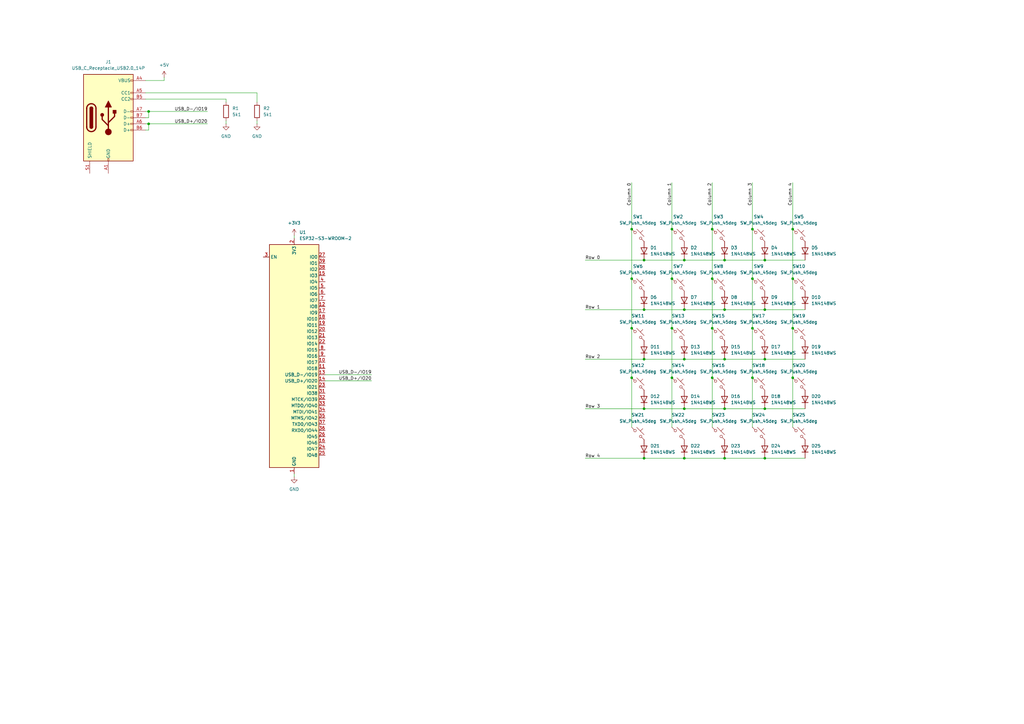
<source format=kicad_sch>
(kicad_sch (version 20250114) (generator "eeschema") (generator_version "9.0")
  (paper "A3")
  (title_block (title "MacroPad") (date "2025-07-08") (rev "1") (company "Kenzu Norimura") (comment 1 "Designed by Affan in Jakarta"))
  (lib_symbols
    (symbol "Connector:USB_C_Receptacle_USB2.0_14P" (pin_names (offset 1.016))
      (property "Reference" "J" (at 0 22.225 0))
      (property "Value" "USB_C_Receptacle_USB2.0_14P" (at 0 19.685 0))
      (symbol "USB_C_Receptacle_USB2.0_14P_0_0"
        (rectangle (start -0.254 -17.78) (end 0.254 -16.764))
        (rectangle (start 10.16 15.494) (end 9.144 14.986))
        (rectangle (start 10.16 10.414) (end 9.144 9.906))
        (rectangle (start 10.16 7.874) (end 9.144 7.366))
        (rectangle (start 10.16 2.794) (end 9.144 2.286))
        (rectangle (start 10.16 0.254) (end 9.144 -0.254))
        (rectangle (start 10.16 -2.286) (end 9.144 -2.794))
        (rectangle (start 10.16 -4.826) (end 9.144 -5.334))
      )
      (symbol "USB_C_Receptacle_USB2.0_14P_0_1"
        (rectangle (start -10.16 17.78) (end 10.16 -17.78) (stroke (width 0.254)) (fill (type background)))
        (polyline (pts (xy -8.89 -3.81) (xy -8.89 3.81)) (stroke (width 0.508)))
        (rectangle (start -7.62 -3.81) (end -6.35 3.81) (stroke (width 0.254)) (fill (type outline)))
        (arc (start -7.62 3.81) (mid -6.985 4.4423) (end -6.35 3.81) (stroke (width 0.254)))
        (arc (start -7.62 3.81) (mid -6.985 4.4423) (end -6.35 3.81) (stroke (width 0.254)) (fill (type outline)))
        (arc (start -8.89 3.81) (mid -6.985 5.7067) (end -5.08 3.81) (stroke (width 0.508)))
        (arc (start -5.08 -3.81) (mid -6.985 -5.7067) (end -8.89 -3.81) (stroke (width 0.508)))
        (arc (start -6.35 -3.81) (mid -6.985 -4.4423) (end -7.62 -3.81) (stroke (width 0.254)))
        (arc (start -6.35 -3.81) (mid -6.985 -4.4423) (end -7.62 -3.81) (stroke (width 0.254)) (fill (type outline)))
        (polyline (pts (xy -5.08 3.81) (xy -5.08 -3.81)) (stroke (width 0.508)))
        (circle (center -2.54 1.143) (radius 0.635) (stroke (width 0.254)) (fill (type outline)))
        (polyline (pts (xy -1.27 4.318) (xy 0 6.858) (xy 1.27 4.318) (xy -1.27 4.318)) (stroke (width 0.254)) (fill (type outline)))
        (polyline (pts (xy 0 -2.032) (xy 2.54 0.508) (xy 2.54 1.778)) (stroke (width 0.508)))
        (polyline (pts (xy 0 -3.302) (xy -2.54 -0.762) (xy -2.54 0.508)) (stroke (width 0.508)))
        (polyline (pts (xy 0 -5.842) (xy 0 4.318)) (stroke (width 0.508)))
        (circle (center 0 -5.842) (radius 1.27) (fill (type outline)))
        (rectangle (start 1.905 1.778) (end 3.175 3.048) (stroke (width 0.254)) (fill (type outline)))
      )
      (symbol "USB_C_Receptacle_USB2.0_14P_1_1"
        (pin passive line (at -7.62 -22.86 90) (length 5.08) (name "SHIELD") (number "S1"))
        (pin passive line (at 0 -22.86 90) (length 5.08) (name "GND") (number "A1"))
        (pin passive line (at 0 -22.86 90) (length 5.08) (hide yes) (name "GND") (number "A12"))
        (pin passive line (at 0 -22.86 90) (length 5.08) (hide yes) (name "GND") (number "B1"))
        (pin passive line (at 0 -22.86 90) (length 5.08) (hide yes) (name "GND") (number "B12"))
        (pin passive line (at 15.24 15.24 180) (length 5.08) (name "VBUS") (number "A4"))
        (pin passive line (at 15.24 15.24 180) (length 5.08) (hide yes) (name "VBUS") (number "A9"))
        (pin passive line (at 15.24 15.24 180) (length 5.08) (hide yes) (name "VBUS") (number "B4"))
        (pin passive line (at 15.24 15.24 180) (length 5.08) (hide yes) (name "VBUS") (number "B9"))
        (pin bidirectional line (at 15.24 10.16 180) (length 5.08) (name "CC1") (number "A5"))
        (pin bidirectional line (at 15.24 7.62 180) (length 5.08) (name "CC2") (number "B5"))
        (pin bidirectional line (at 15.24 2.54 180) (length 5.08) (name "D-") (number "A7"))
        (pin bidirectional line (at 15.24 0 180) (length 5.08) (name "D-") (number "B7"))
        (pin bidirectional line (at 15.24 -2.54 180) (length 5.08) (name "D+") (number "A6"))
        (pin bidirectional line (at 15.24 -5.08 180) (length 5.08) (name "D+") (number "B6"))
      )
    )
    (symbol "Device:R" (pin_numbers (hide yes)) (pin_names (offset 0))
      (property "Reference" "R" (at 2.032 0 90))
      (property "Value" "R" (at 0 0 90))
      (symbol "R_0_1"
        (rectangle (start -1.016 -2.54) (end 1.016 2.54) (stroke (width 0.254)))
      )
      (symbol "R_1_1"
        (pin passive line (at 0 3.81 270) (length 1.27) (name "~") (number "1"))
        (pin passive line (at 0 -3.81 90) (length 1.27) (name "~") (number "2"))
      )
    )
    (symbol "Diode:1N4148WS" (pin_numbers (hide yes)) (pin_names (hide yes))
      (property "Reference" "D" (at 0 2.54 0))
      (property "Value" "1N4148WS" (at 0 -2.54 0))
      (symbol "1N4148WS_0_1"
        (polyline (pts (xy -1.27 1.27) (xy -1.27 -1.27)) (stroke (width 0.254)))
        (polyline (pts (xy 1.27 1.27) (xy 1.27 -1.27) (xy -1.27 0) (xy 1.27 1.27)) (stroke (width 0.254)))
        (polyline (pts (xy 1.27 0) (xy -1.27 0)))
      )
      (symbol "1N4148WS_1_1"
        (pin passive line (at -3.81 0 0) (length 2.54) (name "K") (number "1"))
        (pin passive line (at 3.81 0 180) (length 2.54) (name "A") (number "2"))
      )
    )
    (symbol "RF_Module:ESP32-S3-WROOM-2"
      (property "Reference" "U" (at -10.16 45.72 0))
      (property "Value" "ESP32-S3-WROOM-2" (at 2.54 45.72 0))
      (symbol "ESP32-S3-WROOM-2_0_1"
        (rectangle (start -10.16 45.72) (end 10.16 -45.72) (stroke (width 0.254)) (fill (type background)))
      )
      (symbol "ESP32-S3-WROOM-2_1_1"
        (pin input line (at -12.7 40.64 0) (length 2.54) (name "EN") (number "3"))
        (pin no_connect line (at -10.16 -35.56 0) (length 2.54) (hide yes) (name "NC") (number "28"))
        (pin no_connect line (at -10.16 -38.1 0) (length 2.54) (hide yes) (name "NC") (number "29"))
        (pin no_connect line (at -10.16 -40.64 0) (length 2.54) (hide yes) (name "NC") (number "30"))
        (pin power_in line (at 0 48.26 270) (length 2.54) (name "3V3") (number "2"))
        (pin power_in line (at 0 -48.26 90) (length 2.54) (name "GND") (number "1"))
        (pin passive line (at 0 -48.26 90) (length 2.54) (hide yes) (name "GND") (number "40"))
        (pin passive line (at 0 -48.26 90) (length 2.54) (hide yes) (name "GND") (number "41"))
        (pin bidirectional line (at 12.7 40.64 180) (length 2.54) (name "IO0") (number "27"))
        (pin bidirectional line (at 12.7 38.1 180) (length 2.54) (name "IO1") (number "39"))
        (pin bidirectional line (at 12.7 35.56 180) (length 2.54) (name "IO2") (number "38"))
        (pin bidirectional line (at 12.7 33.02 180) (length 2.54) (name "IO3") (number "15"))
        (pin bidirectional line (at 12.7 30.48 180) (length 2.54) (name "IO4") (number "4"))
        (pin bidirectional line (at 12.7 27.94 180) (length 2.54) (name "IO5") (number "5"))
        (pin bidirectional line (at 12.7 25.4 180) (length 2.54) (name "IO6") (number "6"))
        (pin bidirectional line (at 12.7 22.86 180) (length 2.54) (name "IO7") (number "7"))
        (pin bidirectional line (at 12.7 20.32 180) (length 2.54) (name "IO8") (number "12"))
        (pin bidirectional line (at 12.7 17.78 180) (length 2.54) (name "IO9") (number "17"))
        (pin bidirectional line (at 12.7 15.24 180) (length 2.54) (name "IO10") (number "18"))
        (pin bidirectional line (at 12.7 12.7 180) (length 2.54) (name "IO11") (number "19"))
        (pin bidirectional line (at 12.7 10.16 180) (length 2.54) (name "IO12") (number "20"))
        (pin bidirectional line (at 12.7 7.62 180) (length 2.54) (name "IO13") (number "21"))
        (pin bidirectional line (at 12.7 5.08 180) (length 2.54) (name "IO14") (number "22"))
        (pin bidirectional line (at 12.7 2.54 180) (length 2.54) (name "IO15") (number "8"))
        (pin bidirectional line (at 12.7 0 180) (length 2.54) (name "IO16") (number "9"))
        (pin bidirectional line (at 12.7 -2.54 180) (length 2.54) (name "IO17") (number "10"))
        (pin bidirectional line (at 12.7 -5.08 180) (length 2.54) (name "IO18") (number "11"))
        (pin bidirectional line (at 12.7 -7.62 180) (length 2.54) (name "USB_D-/IO19") (number "13"))
        (pin bidirectional line (at 12.7 -10.16 180) (length 2.54) (name "USB_D+/IO20") (number "14"))
        (pin bidirectional line (at 12.7 -12.7 180) (length 2.54) (name "IO21") (number "23"))
        (pin bidirectional line (at 12.7 -15.24 180) (length 2.54) (name "IO38") (number "31"))
        (pin bidirectional line (at 12.7 -17.78 180) (length 2.54) (name "MTCK/IO39") (number "32"))
        (pin bidirectional line (at 12.7 -20.32 180) (length 2.54) (name "MTDO/IO40") (number "33"))
        (pin bidirectional line (at 12.7 -22.86 180) (length 2.54) (name "MTDI/IO41") (number "34"))
        (pin bidirectional line (at 12.7 -25.4 180) (length 2.54) (name "MTMS/IO42") (number "35"))
        (pin bidirectional line (at 12.7 -27.94 180) (length 2.54) (name "TXD0/IO43") (number "37"))
        (pin bidirectional line (at 12.7 -30.48 180) (length 2.54) (name "RXD0/IO44") (number "36"))
        (pin bidirectional line (at 12.7 -33.02 180) (length 2.54) (name "IO45") (number "26"))
        (pin bidirectional line (at 12.7 -35.56 180) (length 2.54) (name "IO46") (number "16"))
        (pin bidirectional line (at 12.7 -38.1 180) (length 2.54) (name "IO47") (number "24"))
        (pin bidirectional line (at 12.7 -40.64 180) (length 2.54) (name "IO48") (number "25"))
      )
    )
    (symbol "Switch:SW_Push_45deg" (pin_numbers (hide yes)) (pin_names (offset 1.016) (hide yes))
      (property "Reference" "SW" (at 3.048 1.016 0))
      (property "Value" "SW_Push_45deg" (at 0 -3.81 0))
      (symbol "SW_Push_45deg_0_1"
        (polyline (pts (xy -2.54 2.54) (xy -1.524 1.524) (xy -1.524 1.524)))
        (circle (center -1.1684 1.1684) (radius 0.508))
        (polyline (pts (xy -0.508 2.54) (xy 2.54 -0.508)))
        (polyline (pts (xy 1.016 1.016) (xy 2.032 2.032)))
        (circle (center 1.143 -1.1938) (radius 0.508))
        (polyline (pts (xy 1.524 -1.524) (xy 2.54 -2.54) (xy 2.54 -2.54) (xy 2.54 -2.54)))
        (pin passive line (at -2.54 2.54 0) (length 0) (name "1") (number "1"))
        (pin passive line (at 2.54 -2.54 180) (length 0) (name "2") (number "2"))
      )
    )
    (symbol "power:+3V3" (power) (pin_numbers (hide yes)) (pin_names (offset 0) (hide yes))
      (property "Value" "+3V3" (at 0 3.556 0))
      (symbol "+3V3_0_1"
        (polyline (pts (xy -0.762 1.27) (xy 0 2.54)))
        (polyline (pts (xy 0 2.54) (xy 0.762 1.27)))
        (polyline (pts (xy 0 0) (xy 0 2.54)))
      )
      (symbol "+3V3_1_1"
        (pin power_in line (at 0 0 90) (length 0) (name "~") (number "1"))
      )
    )
    (symbol "power:+5V" (power) (pin_numbers (hide yes)) (pin_names (offset 0) (hide yes))
      (property "Value" "+5V" (at 0 3.556 0))
      (symbol "+5V_0_1"
        (polyline (pts (xy -0.762 1.27) (xy 0 2.54)))
        (polyline (pts (xy 0 2.54) (xy 0.762 1.27)))
        (polyline (pts (xy 0 0) (xy 0 2.54)))
      )
      (symbol "+5V_1_1"
        (pin power_in line (at 0 0 90) (length 0) (name "~") (number "1"))
      )
    )
    (symbol "power:GND" (power) (pin_numbers (hide yes)) (pin_names (offset 0) (hide yes))
      (property "Value" "GND" (at 0 -3.81 0))
      (symbol "GND_0_1"
        (polyline (pts (xy 0 0) (xy 0 -1.27) (xy 1.27 -1.27) (xy 0 -2.54) (xy -1.27 -1.27) (xy 0 -1.27)))
      )
      (symbol "GND_1_1"
        (pin power_in line (at 0 0 270) (length 0) (name "~") (number "1"))
      )
    )
  )
  (junction (at 280.67 167.64))
  (junction (at 292.1 114.3))
  (junction (at 325.12 93.98))
  (junction (at 60.96 50.8))
  (junction (at 297.18 187.96))
  (junction (at 264.16 127))
  (junction (at 280.67 127))
  (junction (at 325.12 134.62))
  (junction (at 275.59 114.3))
  (junction (at 313.69 127))
  (junction (at 325.12 154.94))
  (junction (at 292.1 134.62))
  (junction (at 297.18 127))
  (junction (at 325.12 114.3))
  (junction (at 280.67 187.96))
  (junction (at 292.1 93.98))
  (junction (at 259.08 134.62))
  (junction (at 308.61 154.94))
  (junction (at 264.16 187.96))
  (junction (at 275.59 154.94))
  (junction (at 259.08 114.3))
  (junction (at 313.69 147.32))
  (junction (at 313.69 187.96))
  (junction (at 264.16 106.68))
  (junction (at 275.59 134.62))
  (junction (at 264.16 167.64))
  (junction (at 297.18 167.64))
  (junction (at 297.18 106.68))
  (junction (at 292.1 154.94))
  (junction (at 264.16 147.32))
  (junction (at 280.67 147.32))
  (junction (at 275.59 93.98))
  (junction (at 259.08 154.94))
  (junction (at 313.69 106.68))
  (junction (at 60.96 45.72))
  (junction (at 308.61 134.62))
  (junction (at 280.67 106.68))
  (junction (at 297.18 147.32))
  (junction (at 259.08 93.98))
  (junction (at 308.61 114.3))
  (junction (at 308.61 93.98))
  (junction (at 313.69 167.64))
  (wire (pts (xy 259.08 154.94) (xy 259.08 175.26)))
  (wire (pts (xy 259.08 74.93) (xy 259.08 93.98)))
  (wire (pts (xy 308.61 114.3) (xy 308.61 134.62)))
  (wire (pts (xy 297.18 147.32) (xy 313.69 147.32)))
  (wire (pts (xy 325.12 114.3) (xy 325.12 134.62)))
  (wire (pts (xy 280.67 147.32) (xy 297.18 147.32)))
  (wire (pts (xy 280.67 187.96) (xy 297.18 187.96)))
  (wire (pts (xy 240.03 167.64) (xy 264.16 167.64)))
  (wire (pts (xy 240.03 106.68) (xy 264.16 106.68)))
  (wire (pts (xy 67.31 31.75) (xy 67.31 33.02)))
  (wire (pts (xy 264.16 167.64) (xy 280.67 167.64)))
  (wire (pts (xy 105.41 38.1) (xy 59.69 38.1)))
  (wire (pts (xy 308.61 93.98) (xy 308.61 114.3)))
  (wire (pts (xy 280.67 127) (xy 297.18 127)))
  (wire (pts (xy 292.1 74.93) (xy 292.1 93.98)))
  (wire (pts (xy 240.03 187.96) (xy 264.16 187.96)))
  (wire (pts (xy 292.1 134.62) (xy 292.1 154.94)))
  (wire (pts (xy 92.71 40.64) (xy 92.71 41.91)))
  (wire (pts (xy 59.69 53.34) (xy 60.96 53.34)))
  (wire (pts (xy 297.18 167.64) (xy 313.69 167.64)))
  (wire (pts (xy 264.16 106.68) (xy 280.67 106.68)))
  (wire (pts (xy 59.69 48.26) (xy 60.96 48.26)))
  (wire (pts (xy 292.1 114.3) (xy 292.1 134.62)))
  (wire (pts (xy 275.59 74.93) (xy 275.59 93.98)))
  (wire (pts (xy 133.35 156.21) (xy 152.4 156.21)))
  (wire (pts (xy 308.61 74.93) (xy 308.61 93.98)))
  (wire (pts (xy 259.08 114.3) (xy 259.08 134.62)))
  (wire (pts (xy 308.61 134.62) (xy 308.61 154.94)))
  (wire (pts (xy 120.65 194.31) (xy 120.65 195.58)))
  (wire (pts (xy 264.16 127) (xy 280.67 127)))
  (wire (pts (xy 264.16 147.32) (xy 280.67 147.32)))
  (wire (pts (xy 280.67 167.64) (xy 297.18 167.64)))
  (wire (pts (xy 120.65 96.52) (xy 120.65 97.79)))
  (wire (pts (xy 67.31 33.02) (xy 59.69 33.02)))
  (wire (pts (xy 259.08 93.98) (xy 259.08 114.3)))
  (wire (pts (xy 297.18 106.68) (xy 313.69 106.68)))
  (wire (pts (xy 60.96 45.72) (xy 85.09 45.72)))
  (wire (pts (xy 275.59 93.98) (xy 275.59 114.3)))
  (wire (pts (xy 59.69 45.72) (xy 60.96 45.72)))
  (wire (pts (xy 92.71 49.53) (xy 92.71 50.8)))
  (wire (pts (xy 240.03 147.32) (xy 264.16 147.32)))
  (wire (pts (xy 292.1 93.98) (xy 292.1 114.3)))
  (wire (pts (xy 259.08 134.62) (xy 259.08 154.94)))
  (wire (pts (xy 275.59 114.3) (xy 275.59 134.62)))
  (wire (pts (xy 313.69 106.68) (xy 330.2 106.68)))
  (wire (pts (xy 313.69 167.64) (xy 330.2 167.64)))
  (wire (pts (xy 313.69 187.96) (xy 330.2 187.96)))
  (wire (pts (xy 105.41 41.91) (xy 105.41 38.1)))
  (wire (pts (xy 133.35 153.67) (xy 152.4 153.67)))
  (wire (pts (xy 313.69 147.32) (xy 330.2 147.32)))
  (wire (pts (xy 297.18 127) (xy 313.69 127)))
  (wire (pts (xy 60.96 50.8) (xy 85.09 50.8)))
  (wire (pts (xy 60.96 48.26) (xy 60.96 45.72)))
  (wire (pts (xy 313.69 127) (xy 330.2 127)))
  (wire (pts (xy 59.69 40.64) (xy 92.71 40.64)))
  (wire (pts (xy 325.12 134.62) (xy 325.12 154.94)))
  (wire (pts (xy 325.12 154.94) (xy 325.12 175.26)))
  (wire (pts (xy 59.69 50.8) (xy 60.96 50.8)))
  (wire (pts (xy 297.18 187.96) (xy 313.69 187.96)))
  (wire (pts (xy 60.96 53.34) (xy 60.96 50.8)))
  (wire (pts (xy 105.41 49.53) (xy 105.41 50.8)))
  (wire (pts (xy 280.67 106.68) (xy 297.18 106.68)))
  (wire (pts (xy 264.16 187.96) (xy 280.67 187.96)))
  (wire (pts (xy 325.12 74.93) (xy 325.12 93.98)))
  (wire (pts (xy 325.12 93.98) (xy 325.12 114.3)))
  (wire (pts (xy 292.1 154.94) (xy 292.1 175.26)))
  (wire (pts (xy 308.61 154.94) (xy 308.61 175.26)))
  (wire (pts (xy 275.59 154.94) (xy 275.59 175.26)))
  (wire (pts (xy 240.03 127) (xy 264.16 127)))
  (wire (pts (xy 275.59 134.62) (xy 275.59 154.94)))
  (label "USB_D-{slash}IO19" (at 85.09 45.72 180))
  (label "Column 0" (at 259.08 74.93 270))
  (label "USB_D+{slash}IO20" (at 152.4 156.21 180))
  (label "Row 2" (at 240.03 147.32 0))
  (label "Row 0" (at 240.03 106.68 0))
  (label "USB_D-{slash}IO19" (at 152.4 153.67 180))
  (label "Column 3" (at 308.61 74.93 270))
  (label "Column 1" (at 275.59 74.93 270))
  (label "Row 1" (at 240.03 127 0))
  (label "Column 2" (at 292.1 74.93 270))
  (label "Row 4" (at 240.03 187.96 0))
  (label "USB_D+{slash}IO20" (at 85.09 50.8 180))
  (label "Column 4" (at 325.12 74.93 270))
  (label "Row 3" (at 240.03 167.64 0))
  (symbol (lib_id "Diode:1N4148WS") (at 297.18 143.51 90) (unit 1)
    (property "Reference" "D15" (at 299.72 142.2399 90) (effects (justify right)))
    (property "Value" "1N4148WS" (at 299.72 144.7799 90) (effects (justify right)))
    (property "Footprint" "Diode_SMD:D_SOD-323" (effects (hide yes)))
    (property "Datasheet" "https://www.vishay.com/docs/85751/1n4148ws.pdf" (effects (hide yes)))
    (property "Description" "75V 0.15A Fast switching Diode, SOD-323" (effects (hide yes)))
    (property "Sim.Device" "D" (effects (hide yes)))
    (property "Sim.Pins" "1=K 2=A" (effects (hide yes)))
  )
  (symbol (lib_id "Switch:SW_Push_45deg") (at 278.13 96.52 0) (unit 1)
    (property "Reference" "SW2" (at 278.13 88.9 0))
    (property "Value" "SW_Push_45deg" (at 278.13 91.44 0))
    (property "Description" "Push button switch, normally open, two pins, 45° tilted" (effects (hide yes)))
  )
  (symbol (lib_id "Switch:SW_Push_45deg") (at 261.62 137.16 0) (unit 1)
    (property "Reference" "SW11" (at 261.62 129.54 0))
    (property "Value" "SW_Push_45deg" (at 261.62 132.08 0))
    (property "Description" "Push button switch, normally open, two pins, 45° tilted" (effects (hide yes)))
  )
  (symbol (lib_id "Diode:1N4148WS") (at 264.16 123.19 90) (unit 1)
    (property "Reference" "D6" (at 266.7 121.9199 90) (effects (justify right)))
    (property "Value" "1N4148WS" (at 266.7 124.4599 90) (effects (justify right)))
    (property "Footprint" "Diode_SMD:D_SOD-323" (effects (hide yes)))
    (property "Datasheet" "https://www.vishay.com/docs/85751/1n4148ws.pdf" (effects (hide yes)))
    (property "Description" "75V 0.15A Fast switching Diode, SOD-323" (effects (hide yes)))
    (property "Sim.Device" "D" (effects (hide yes)))
    (property "Sim.Pins" "1=K 2=A" (effects (hide yes)))
  )
  (symbol (lib_id "Device:R") (at 92.71 45.72 0) (unit 1)
    (property "Reference" "R1" (at 95.25 44.4499 0) (effects (justify left)))
    (property "Value" "5k1" (at 95.25 46.9899 0) (effects (justify left)))
    (property "Description" "Resistor" (effects (hide yes)))
  )
  (symbol (lib_id "Switch:SW_Push_45deg") (at 261.62 177.8 0) (unit 1)
    (property "Reference" "SW21" (at 261.62 170.18 0))
    (property "Value" "SW_Push_45deg" (at 261.62 172.72 0))
    (property "Description" "Push button switch, normally open, two pins, 45° tilted" (effects (hide yes)))
  )
  (symbol (lib_id "Diode:1N4148WS") (at 313.69 143.51 90) (unit 1)
    (property "Reference" "D17" (at 316.23 142.2399 90) (effects (justify right)))
    (property "Value" "1N4148WS" (at 316.23 144.7799 90) (effects (justify right)))
    (property "Footprint" "Diode_SMD:D_SOD-323" (effects (hide yes)))
    (property "Datasheet" "https://www.vishay.com/docs/85751/1n4148ws.pdf" (effects (hide yes)))
    (property "Description" "75V 0.15A Fast switching Diode, SOD-323" (effects (hide yes)))
    (property "Sim.Device" "D" (effects (hide yes)))
    (property "Sim.Pins" "1=K 2=A" (effects (hide yes)))
  )
  (symbol (lib_id "Switch:SW_Push_45deg") (at 327.66 96.52 0) (unit 1)
    (property "Reference" "SW5" (at 327.66 88.9 0))
    (property "Value" "SW_Push_45deg" (at 327.66 91.44 0))
    (property "Description" "Push button switch, normally open, two pins, 45° tilted" (effects (hide yes)))
  )
  (symbol (lib_id "Diode:1N4148WS") (at 280.67 143.51 90) (unit 1)
    (property "Reference" "D13" (at 283.21 142.2399 90) (effects (justify right)))
    (property "Value" "1N4148WS" (at 283.21 144.7799 90) (effects (justify right)))
    (property "Footprint" "Diode_SMD:D_SOD-323" (effects (hide yes)))
    (property "Datasheet" "https://www.vishay.com/docs/85751/1n4148ws.pdf" (effects (hide yes)))
    (property "Description" "75V 0.15A Fast switching Diode, SOD-323" (effects (hide yes)))
    (property "Sim.Device" "D" (effects (hide yes)))
    (property "Sim.Pins" "1=K 2=A" (effects (hide yes)))
  )
  (symbol (lib_id "Diode:1N4148WS") (at 280.67 102.87 90) (unit 1)
    (property "Reference" "D2" (at 283.21 101.5999 90) (effects (justify right)))
    (property "Value" "1N4148WS" (at 283.21 104.1399 90) (effects (justify right)))
    (property "Footprint" "Diode_SMD:D_SOD-323" (effects (hide yes)))
    (property "Datasheet" "https://www.vishay.com/docs/85751/1n4148ws.pdf" (effects (hide yes)))
    (property "Description" "75V 0.15A Fast switching Diode, SOD-323" (effects (hide yes)))
    (property "Sim.Device" "D" (effects (hide yes)))
    (property "Sim.Pins" "1=K 2=A" (effects (hide yes)))
  )
  (symbol (lib_id "power:GND") (at 120.65 195.58 0) (unit 1)
    (property "Reference" "#PWR01" (effects (hide yes)))
    (property "Value" "GND" (at 120.65 200.66 0))
    (property "Description" "Power symbol creates a global label with name \"GND\" , ground" (effects (hide yes)))
  )
  (symbol (lib_id "Connector:USB_C_Receptacle_USB2.0_14P") (at 44.45 48.26 0) (unit 1)
    (property "Reference" "J1" (at 44.45 25.4 0))
    (property "Value" "USB_C_Receptacle_USB2.0_14P" (at 44.45 27.94 0))
    (property "Datasheet" "https://www.usb.org/sites/default/files/documents/usb_type-c.zip" (effects (hide yes)))
    (property "Description" "USB 2.0-only 14P Type-C Receptacle connector" (effects (hide yes)))
  )
  (symbol (lib_id "Diode:1N4148WS") (at 297.18 102.87 90) (unit 1)
    (property "Reference" "D3" (at 299.72 101.5999 90) (effects (justify right)))
    (property "Value" "1N4148WS" (at 299.72 104.1399 90) (effects (justify right)))
    (property "Footprint" "Diode_SMD:D_SOD-323" (effects (hide yes)))
    (property "Datasheet" "https://www.vishay.com/docs/85751/1n4148ws.pdf" (effects (hide yes)))
    (property "Description" "75V 0.15A Fast switching Diode, SOD-323" (effects (hide yes)))
    (property "Sim.Device" "D" (effects (hide yes)))
    (property "Sim.Pins" "1=K 2=A" (effects (hide yes)))
  )
  (symbol (lib_id "Switch:SW_Push_45deg") (at 294.64 137.16 0) (unit 1)
    (property "Reference" "SW15" (at 294.64 129.54 0))
    (property "Value" "SW_Push_45deg" (at 294.64 132.08 0))
    (property "Description" "Push button switch, normally open, two pins, 45° tilted" (effects (hide yes)))
  )
  (symbol (lib_id "Switch:SW_Push_45deg") (at 261.62 96.52 0) (unit 1)
    (property "Reference" "SW1" (at 261.62 88.9 0))
    (property "Value" "SW_Push_45deg" (at 261.62 91.44 0))
    (property "Description" "Push button switch, normally open, two pins, 45° tilted" (effects (hide yes)))
  )
  (symbol (lib_id "Switch:SW_Push_45deg") (at 327.66 157.48 0) (unit 1)
    (property "Reference" "SW20" (at 327.66 149.86 0))
    (property "Value" "SW_Push_45deg" (at 327.66 152.4 0))
    (property "Description" "Push button switch, normally open, two pins, 45° tilted" (effects (hide yes)))
  )
  (symbol (lib_id "power:GND") (at 105.41 50.8 0) (unit 1)
    (property "Reference" "#PWR04" (effects (hide yes)))
    (property "Value" "GND" (at 105.41 55.88 0))
    (property "Description" "Power symbol creates a global label with name \"GND\" , ground" (effects (hide yes)))
  )
  (symbol (lib_id "Switch:SW_Push_45deg") (at 311.15 137.16 0) (unit 1)
    (property "Reference" "SW17" (at 311.15 129.54 0))
    (property "Value" "SW_Push_45deg" (at 311.15 132.08 0))
    (property "Description" "Push button switch, normally open, two pins, 45° tilted" (effects (hide yes)))
  )
  (symbol (lib_id "Switch:SW_Push_45deg") (at 294.64 157.48 0) (unit 1)
    (property "Reference" "SW16" (at 294.64 149.86 0))
    (property "Value" "SW_Push_45deg" (at 294.64 152.4 0))
    (property "Description" "Push button switch, normally open, two pins, 45° tilted" (effects (hide yes)))
  )
  (symbol (lib_id "Switch:SW_Push_45deg") (at 327.66 116.84 0) (unit 1)
    (property "Reference" "SW10" (at 327.66 109.22 0))
    (property "Value" "SW_Push_45deg" (at 327.66 111.76 0))
    (property "Description" "Push button switch, normally open, two pins, 45° tilted" (effects (hide yes)))
  )
  (symbol (lib_id "Diode:1N4148WS") (at 297.18 163.83 90) (unit 1)
    (property "Reference" "D16" (at 299.72 162.5599 90) (effects (justify right)))
    (property "Value" "1N4148WS" (at 299.72 165.0999 90) (effects (justify right)))
    (property "Footprint" "Diode_SMD:D_SOD-323" (effects (hide yes)))
    (property "Datasheet" "https://www.vishay.com/docs/85751/1n4148ws.pdf" (effects (hide yes)))
    (property "Description" "75V 0.15A Fast switching Diode, SOD-323" (effects (hide yes)))
    (property "Sim.Device" "D" (effects (hide yes)))
    (property "Sim.Pins" "1=K 2=A" (effects (hide yes)))
  )
  (symbol (lib_id "Switch:SW_Push_45deg") (at 311.15 116.84 0) (unit 1)
    (property "Reference" "SW9" (at 311.15 109.22 0))
    (property "Value" "SW_Push_45deg" (at 311.15 111.76 0))
    (property "Description" "Push button switch, normally open, two pins, 45° tilted" (effects (hide yes)))
  )
  (symbol (lib_id "power:+3V3") (at 120.65 96.52 0) (unit 1)
    (property "Reference" "#PWR02" (effects (hide yes)))
    (property "Value" "+3V3" (at 120.65 91.44 0))
    (property "Description" "Power symbol creates a global label with name \"+3V3\"" (effects (hide yes)))
  )
  (symbol (lib_id "Diode:1N4148WS") (at 297.18 184.15 90) (unit 1)
    (property "Reference" "D23" (at 299.72 182.8799 90) (effects (justify right)))
    (property "Value" "1N4148WS" (at 299.72 185.4199 90) (effects (justify right)))
    (property "Footprint" "Diode_SMD:D_SOD-323" (effects (hide yes)))
    (property "Datasheet" "https://www.vishay.com/docs/85751/1n4148ws.pdf" (effects (hide yes)))
    (property "Description" "75V 0.15A Fast switching Diode, SOD-323" (effects (hide yes)))
    (property "Sim.Device" "D" (effects (hide yes)))
    (property "Sim.Pins" "1=K 2=A" (effects (hide yes)))
  )
  (symbol (lib_id "Diode:1N4148WS") (at 330.2 184.15 90) (unit 1)
    (property "Reference" "D25" (at 332.74 182.8799 90) (effects (justify right)))
    (property "Value" "1N4148WS" (at 332.74 185.4199 90) (effects (justify right)))
    (property "Footprint" "Diode_SMD:D_SOD-323" (effects (hide yes)))
    (property "Datasheet" "https://www.vishay.com/docs/85751/1n4148ws.pdf" (effects (hide yes)))
    (property "Description" "75V 0.15A Fast switching Diode, SOD-323" (effects (hide yes)))
    (property "Sim.Device" "D" (effects (hide yes)))
    (property "Sim.Pins" "1=K 2=A" (effects (hide yes)))
  )
  (symbol (lib_id "Diode:1N4148WS") (at 264.16 143.51 90) (unit 1)
    (property "Reference" "D11" (at 266.7 142.2399 90) (effects (justify right)))
    (property "Value" "1N4148WS" (at 266.7 144.7799 90) (effects (justify right)))
    (property "Footprint" "Diode_SMD:D_SOD-323" (effects (hide yes)))
    (property "Datasheet" "https://www.vishay.com/docs/85751/1n4148ws.pdf" (effects (hide yes)))
    (property "Description" "75V 0.15A Fast switching Diode, SOD-323" (effects (hide yes)))
    (property "Sim.Device" "D" (effects (hide yes)))
    (property "Sim.Pins" "1=K 2=A" (effects (hide yes)))
  )
  (symbol (lib_id "Diode:1N4148WS") (at 330.2 102.87 90) (unit 1)
    (property "Reference" "D5" (at 332.74 101.5999 90) (effects (justify right)))
    (property "Value" "1N4148WS" (at 332.74 104.1399 90) (effects (justify right)))
    (property "Footprint" "Diode_SMD:D_SOD-323" (effects (hide yes)))
    (property "Datasheet" "https://www.vishay.com/docs/85751/1n4148ws.pdf" (effects (hide yes)))
    (property "Description" "75V 0.15A Fast switching Diode, SOD-323" (effects (hide yes)))
    (property "Sim.Device" "D" (effects (hide yes)))
    (property "Sim.Pins" "1=K 2=A" (effects (hide yes)))
  )
  (symbol (lib_id "Switch:SW_Push_45deg") (at 294.64 116.84 0) (unit 1)
    (property "Reference" "SW8" (at 294.64 109.22 0))
    (property "Value" "SW_Push_45deg" (at 294.64 111.76 0))
    (property "Description" "Push button switch, normally open, two pins, 45° tilted" (effects (hide yes)))
  )
  (symbol (lib_id "Diode:1N4148WS") (at 313.69 163.83 90) (unit 1)
    (property "Reference" "D18" (at 316.23 162.5599 90) (effects (justify right)))
    (property "Value" "1N4148WS" (at 316.23 165.0999 90) (effects (justify right)))
    (property "Footprint" "Diode_SMD:D_SOD-323" (effects (hide yes)))
    (property "Datasheet" "https://www.vishay.com/docs/85751/1n4148ws.pdf" (effects (hide yes)))
    (property "Description" "75V 0.15A Fast switching Diode, SOD-323" (effects (hide yes)))
    (property "Sim.Device" "D" (effects (hide yes)))
    (property "Sim.Pins" "1=K 2=A" (effects (hide yes)))
  )
  (symbol (lib_id "Switch:SW_Push_45deg") (at 278.13 157.48 0) (unit 1)
    (property "Reference" "SW14" (at 278.13 149.86 0))
    (property "Value" "SW_Push_45deg" (at 278.13 152.4 0))
    (property "Description" "Push button switch, normally open, two pins, 45° tilted" (effects (hide yes)))
  )
  (symbol (lib_id "Device:R") (at 105.41 45.72 0) (unit 1)
    (property "Reference" "R2" (at 107.95 44.4499 0) (effects (justify left)))
    (property "Value" "5k1" (at 107.95 46.9899 0) (effects (justify left)))
    (property "Description" "Resistor" (effects (hide yes)))
  )
  (symbol (lib_id "Switch:SW_Push_45deg") (at 261.62 157.48 0) (unit 1)
    (property "Reference" "SW12" (at 261.62 149.86 0))
    (property "Value" "SW_Push_45deg" (at 261.62 152.4 0))
    (property "Description" "Push button switch, normally open, two pins, 45° tilted" (effects (hide yes)))
  )
  (symbol (lib_id "Switch:SW_Push_45deg") (at 311.15 157.48 0) (unit 1)
    (property "Reference" "SW18" (at 311.15 149.86 0))
    (property "Value" "SW_Push_45deg" (at 311.15 152.4 0))
    (property "Description" "Push button switch, normally open, two pins, 45° tilted" (effects (hide yes)))
  )
  (symbol (lib_id "Diode:1N4148WS") (at 313.69 184.15 90) (unit 1)
    (property "Reference" "D24" (at 316.23 182.8799 90) (effects (justify right)))
    (property "Value" "1N4148WS" (at 316.23 185.4199 90) (effects (justify right)))
    (property "Footprint" "Diode_SMD:D_SOD-323" (effects (hide yes)))
    (property "Datasheet" "https://www.vishay.com/docs/85751/1n4148ws.pdf" (effects (hide yes)))
    (property "Description" "75V 0.15A Fast switching Diode, SOD-323" (effects (hide yes)))
    (property "Sim.Device" "D" (effects (hide yes)))
    (property "Sim.Pins" "1=K 2=A" (effects (hide yes)))
  )
  (symbol (lib_id "Diode:1N4148WS") (at 280.67 184.15 90) (unit 1)
    (property "Reference" "D22" (at 283.21 182.8799 90) (effects (justify right)))
    (property "Value" "1N4148WS" (at 283.21 185.4199 90) (effects (justify right)))
    (property "Footprint" "Diode_SMD:D_SOD-323" (effects (hide yes)))
    (property "Datasheet" "https://www.vishay.com/docs/85751/1n4148ws.pdf" (effects (hide yes)))
    (property "Description" "75V 0.15A Fast switching Diode, SOD-323" (effects (hide yes)))
    (property "Sim.Device" "D" (effects (hide yes)))
    (property "Sim.Pins" "1=K 2=A" (effects (hide yes)))
  )
  (symbol (lib_id "Switch:SW_Push_45deg") (at 327.66 177.8 0) (unit 1)
    (property "Reference" "SW25" (at 327.66 170.18 0))
    (property "Value" "SW_Push_45deg" (at 327.66 172.72 0))
    (property "Description" "Push button switch, normally open, two pins, 45° tilted" (effects (hide yes)))
  )
  (symbol (lib_id "Diode:1N4148WS") (at 330.2 143.51 90) (unit 1)
    (property "Reference" "D19" (at 332.74 142.2399 90) (effects (justify right)))
    (property "Value" "1N4148WS" (at 332.74 144.7799 90) (effects (justify right)))
    (property "Footprint" "Diode_SMD:D_SOD-323" (effects (hide yes)))
    (property "Datasheet" "https://www.vishay.com/docs/85751/1n4148ws.pdf" (effects (hide yes)))
    (property "Description" "75V 0.15A Fast switching Diode, SOD-323" (effects (hide yes)))
    (property "Sim.Device" "D" (effects (hide yes)))
    (property "Sim.Pins" "1=K 2=A" (effects (hide yes)))
  )
  (symbol (lib_id "Switch:SW_Push_45deg") (at 278.13 137.16 0) (unit 1)
    (property "Reference" "SW13" (at 278.13 129.54 0))
    (property "Value" "SW_Push_45deg" (at 278.13 132.08 0))
    (property "Description" "Push button switch, normally open, two pins, 45° tilted" (effects (hide yes)))
  )
  (symbol (lib_id "Diode:1N4148WS") (at 280.67 163.83 90) (unit 1)
    (property "Reference" "D14" (at 283.21 162.5599 90) (effects (justify right)))
    (property "Value" "1N4148WS" (at 283.21 165.0999 90) (effects (justify right)))
    (property "Footprint" "Diode_SMD:D_SOD-323" (effects (hide yes)))
    (property "Datasheet" "https://www.vishay.com/docs/85751/1n4148ws.pdf" (effects (hide yes)))
    (property "Description" "75V 0.15A Fast switching Diode, SOD-323" (effects (hide yes)))
    (property "Sim.Device" "D" (effects (hide yes)))
    (property "Sim.Pins" "1=K 2=A" (effects (hide yes)))
  )
  (symbol (lib_id "Switch:SW_Push_45deg") (at 278.13 116.84 0) (unit 1)
    (property "Reference" "SW7" (at 278.13 109.22 0))
    (property "Value" "SW_Push_45deg" (at 278.13 111.76 0))
    (property "Description" "Push button switch, normally open, two pins, 45° tilted" (effects (hide yes)))
  )
  (symbol (lib_id "Diode:1N4148WS") (at 264.16 163.83 90) (unit 1)
    (property "Reference" "D12" (at 266.7 162.5599 90) (effects (justify right)))
    (property "Value" "1N4148WS" (at 266.7 165.0999 90) (effects (justify right)))
    (property "Footprint" "Diode_SMD:D_SOD-323" (effects (hide yes)))
    (property "Datasheet" "https://www.vishay.com/docs/85751/1n4148ws.pdf" (effects (hide yes)))
    (property "Description" "75V 0.15A Fast switching Diode, SOD-323" (effects (hide yes)))
    (property "Sim.Device" "D" (effects (hide yes)))
    (property "Sim.Pins" "1=K 2=A" (effects (hide yes)))
  )
  (symbol (lib_id "Switch:SW_Push_45deg") (at 294.64 96.52 0) (unit 1)
    (property "Reference" "SW3" (at 294.64 88.9 0))
    (property "Value" "SW_Push_45deg" (at 294.64 91.44 0))
    (property "Description" "Push button switch, normally open, two pins, 45° tilted" (effects (hide yes)))
  )
  (symbol (lib_id "Switch:SW_Push_45deg") (at 261.62 116.84 0) (unit 1)
    (property "Reference" "SW6" (at 261.62 109.22 0))
    (property "Value" "SW_Push_45deg" (at 261.62 111.76 0))
    (property "Description" "Push button switch, normally open, two pins, 45° tilted" (effects (hide yes)))
  )
  (symbol (lib_id "Diode:1N4148WS") (at 280.67 123.19 90) (unit 1)
    (property "Reference" "D7" (at 283.21 121.9199 90) (effects (justify right)))
    (property "Value" "1N4148WS" (at 283.21 124.4599 90) (effects (justify right)))
    (property "Footprint" "Diode_SMD:D_SOD-323" (effects (hide yes)))
    (property "Datasheet" "https://www.vishay.com/docs/85751/1n4148ws.pdf" (effects (hide yes)))
    (property "Description" "75V 0.15A Fast switching Diode, SOD-323" (effects (hide yes)))
    (property "Sim.Device" "D" (effects (hide yes)))
    (property "Sim.Pins" "1=K 2=A" (effects (hide yes)))
  )
  (symbol (lib_id "Switch:SW_Push_45deg") (at 311.15 177.8 0) (unit 1)
    (property "Reference" "SW24" (at 311.15 170.18 0))
    (property "Value" "SW_Push_45deg" (at 311.15 172.72 0))
    (property "Description" "Push button switch, normally open, two pins, 45° tilted" (effects (hide yes)))
  )
  (symbol (lib_id "RF_Module:ESP32-S3-WROOM-2") (at 120.65 146.05 0) (unit 1)
    (property "Reference" "U1" (at 122.7933 95.25 0) (effects (justify left)))
    (property "Value" "ESP32-S3-WROOM-2" (at 122.7933 97.79 0) (effects (justify left)))
    (property "Footprint" "RF_Module:ESP32-S3-WROOM-2" (effects (hide yes)))
    (property "Datasheet" "https://www.espressif.com/sites/default/files/documentation/esp32-s3-wroom-2_datasheet_en.pdf" (effects (hide yes)))
    (property "Description" "RF Module, 2.4 GHz, Wi­-Fi, Bluetooth, BLE, ESP32­-S3R8V" (effects (hide yes)))
  )
  (symbol (lib_id "power:+5V") (at 67.31 31.75 0) (unit 1)
    (property "Reference" "#PWR05" (effects (hide yes)))
    (property "Value" "+5V" (at 67.31 26.67 0))
    (property "Description" "Power symbol creates a global label with name \"+5V\"" (effects (hide yes)))
  )
  (symbol (lib_id "power:GND") (at 92.71 50.8 0) (unit 1)
    (property "Reference" "#PWR03" (effects (hide yes)))
    (property "Value" "GND" (at 92.71 55.88 0))
    (property "Description" "Power symbol creates a global label with name \"GND\" , ground" (effects (hide yes)))
  )
  (symbol (lib_id "Diode:1N4148WS") (at 313.69 123.19 90) (unit 1)
    (property "Reference" "D9" (at 316.23 121.9199 90) (effects (justify right)))
    (property "Value" "1N4148WS" (at 316.23 124.4599 90) (effects (justify right)))
    (property "Footprint" "Diode_SMD:D_SOD-323" (effects (hide yes)))
    (property "Datasheet" "https://www.vishay.com/docs/85751/1n4148ws.pdf" (effects (hide yes)))
    (property "Description" "75V 0.15A Fast switching Diode, SOD-323" (effects (hide yes)))
    (property "Sim.Device" "D" (effects (hide yes)))
    (property "Sim.Pins" "1=K 2=A" (effects (hide yes)))
  )
  (symbol (lib_id "Switch:SW_Push_45deg") (at 327.66 137.16 0) (unit 1)
    (property "Reference" "SW19" (at 327.66 129.54 0))
    (property "Value" "SW_Push_45deg" (at 327.66 132.08 0))
    (property "Description" "Push button switch, normally open, two pins, 45° tilted" (effects (hide yes)))
  )
  (symbol (lib_id "Switch:SW_Push_45deg") (at 294.64 177.8 0) (unit 1)
    (property "Reference" "SW23" (at 294.64 170.18 0))
    (property "Value" "SW_Push_45deg" (at 294.64 172.72 0))
    (property "Description" "Push button switch, normally open, two pins, 45° tilted" (effects (hide yes)))
  )
  (symbol (lib_id "Diode:1N4148WS") (at 313.69 102.87 90) (unit 1)
    (property "Reference" "D4" (at 316.23 101.5999 90) (effects (justify right)))
    (property "Value" "1N4148WS" (at 316.23 104.1399 90) (effects (justify right)))
    (property "Footprint" "Diode_SMD:D_SOD-323" (effects (hide yes)))
    (property "Datasheet" "https://www.vishay.com/docs/85751/1n4148ws.pdf" (effects (hide yes)))
    (property "Description" "75V 0.15A Fast switching Diode, SOD-323" (effects (hide yes)))
    (property "Sim.Device" "D" (effects (hide yes)))
    (property "Sim.Pins" "1=K 2=A" (effects (hide yes)))
  )
  (symbol (lib_id "Switch:SW_Push_45deg") (at 278.13 177.8 0) (unit 1)
    (property "Reference" "SW22" (at 278.13 170.18 0))
    (property "Value" "SW_Push_45deg" (at 278.13 172.72 0))
    (property "Description" "Push button switch, normally open, two pins, 45° tilted" (effects (hide yes)))
  )
  (symbol (lib_id "Diode:1N4148WS") (at 264.16 184.15 90) (unit 1)
    (property "Reference" "D21" (at 266.7 182.8799 90) (effects (justify right)))
    (property "Value" "1N4148WS" (at 266.7 185.4199 90) (effects (justify right)))
    (property "Footprint" "Diode_SMD:D_SOD-323" (effects (hide yes)))
    (property "Datasheet" "https://www.vishay.com/docs/85751/1n4148ws.pdf" (effects (hide yes)))
    (property "Description" "75V 0.15A Fast switching Diode, SOD-323" (effects (hide yes)))
    (property "Sim.Device" "D" (effects (hide yes)))
    (property "Sim.Pins" "1=K 2=A" (effects (hide yes)))
  )
  (symbol (lib_id "Diode:1N4148WS") (at 330.2 123.19 90) (unit 1)
    (property "Reference" "D10" (at 332.74 121.9199 90) (effects (justify right)))
    (property "Value" "1N4148WS" (at 332.74 124.4599 90) (effects (justify right)))
    (property "Footprint" "Diode_SMD:D_SOD-323" (effects (hide yes)))
    (property "Datasheet" "https://www.vishay.com/docs/85751/1n4148ws.pdf" (effects (hide yes)))
    (property "Description" "75V 0.15A Fast switching Diode, SOD-323" (effects (hide yes)))
    (property "Sim.Device" "D" (effects (hide yes)))
    (property "Sim.Pins" "1=K 2=A" (effects (hide yes)))
  )
  (symbol (lib_id "Diode:1N4148WS") (at 264.16 102.87 90) (unit 1)
    (property "Reference" "D1" (at 266.7 101.5999 90) (effects (justify right)))
    (property "Value" "1N4148WS" (at 266.7 104.1399 90) (effects (justify right)))
    (property "Footprint" "Diode_SMD:D_SOD-323" (effects (hide yes)))
    (property "Datasheet" "https://www.vishay.com/docs/85751/1n4148ws.pdf" (effects (hide yes)))
    (property "Description" "75V 0.15A Fast switching Diode, SOD-323" (effects (hide yes)))
    (property "Sim.Device" "D" (effects (hide yes)))
    (property "Sim.Pins" "1=K 2=A" (effects (hide yes)))
  )
  (symbol (lib_id "Diode:1N4148WS") (at 297.18 123.19 90) (unit 1)
    (property "Reference" "D8" (at 299.72 121.9199 90) (effects (justify right)))
    (property "Value" "1N4148WS" (at 299.72 124.4599 90) (effects (justify right)))
    (property "Footprint" "Diode_SMD:D_SOD-323" (effects (hide yes)))
    (property "Datasheet" "https://www.vishay.com/docs/85751/1n4148ws.pdf" (effects (hide yes)))
    (property "Description" "75V 0.15A Fast switching Diode, SOD-323" (effects (hide yes)))
    (property "Sim.Device" "D" (effects (hide yes)))
    (property "Sim.Pins" "1=K 2=A" (effects (hide yes)))
  )
  (symbol (lib_id "Switch:SW_Push_45deg") (at 311.15 96.52 0) (unit 1)
    (property "Reference" "SW4" (at 311.15 88.9 0))
    (property "Value" "SW_Push_45deg" (at 311.15 91.44 0))
    (property "Description" "Push button switch, normally open, two pins, 45° tilted" (effects (hide yes)))
  )
  (symbol (lib_id "Diode:1N4148WS") (at 330.2 163.83 90) (unit 1)
    (property "Reference" "D20" (at 332.74 162.5599 90) (effects (justify right)))
    (property "Value" "1N4148WS" (at 332.74 165.0999 90) (effects (justify right)))
    (property "Footprint" "Diode_SMD:D_SOD-323" (effects (hide yes)))
    (property "Datasheet" "https://www.vishay.com/docs/85751/1n4148ws.pdf" (effects (hide yes)))
    (property "Description" "75V 0.15A Fast switching Diode, SOD-323" (effects (hide yes)))
    (property "Sim.Device" "D" (effects (hide yes)))
    (property "Sim.Pins" "1=K 2=A" (effects (hide yes)))
  )
)
</source>
